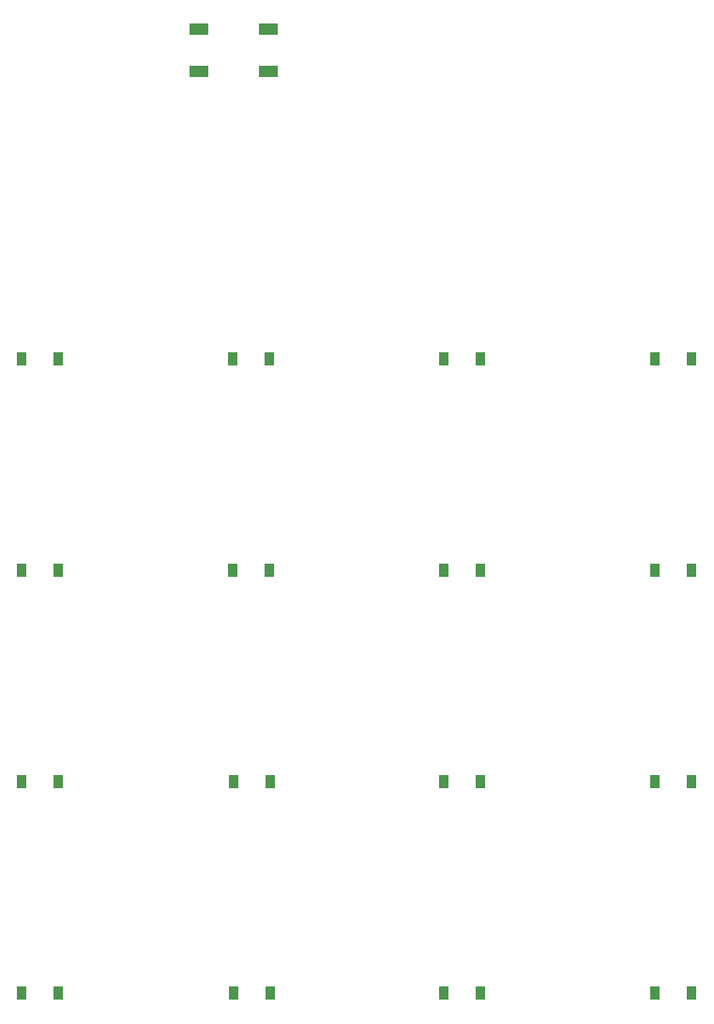
<source format=gbr>
%TF.GenerationSoftware,KiCad,Pcbnew,(5.1.10)-1*%
%TF.CreationDate,2021-05-19T15:55:05-05:00*%
%TF.ProjectId,smol-keypad,736d6f6c-2d6b-4657-9970-61642e6b6963,rev?*%
%TF.SameCoordinates,Original*%
%TF.FileFunction,Paste,Bot*%
%TF.FilePolarity,Positive*%
%FSLAX46Y46*%
G04 Gerber Fmt 4.6, Leading zero omitted, Abs format (unit mm)*
G04 Created by KiCad (PCBNEW (5.1.10)-1) date 2021-05-19 15:55:05*
%MOMM*%
%LPD*%
G01*
G04 APERTURE LIST*
%ADD10R,0.900000X1.200000*%
%ADD11R,1.700000X1.000000*%
G04 APERTURE END LIST*
D10*
%TO.C,D16*%
X104043750Y-127000000D03*
X100743750Y-127000000D03*
%TD*%
D11*
%TO.C,SW1*%
X116706250Y-43968750D03*
X123006250Y-43968750D03*
X116706250Y-40168750D03*
X123006250Y-40168750D03*
%TD*%
D10*
%TO.C,D15*%
X104043750Y-107950000D03*
X100743750Y-107950000D03*
%TD*%
%TO.C,D14*%
X104043750Y-88900000D03*
X100743750Y-88900000D03*
%TD*%
%TO.C,D13*%
X104043750Y-69850000D03*
X100743750Y-69850000D03*
%TD*%
%TO.C,D12*%
X123156250Y-127000000D03*
X119856250Y-127000000D03*
%TD*%
%TO.C,D11*%
X123156250Y-107950000D03*
X119856250Y-107950000D03*
%TD*%
%TO.C,D10*%
X123093750Y-88900000D03*
X119793750Y-88900000D03*
%TD*%
%TO.C,D9*%
X123093750Y-69850000D03*
X119793750Y-69850000D03*
%TD*%
%TO.C,D8*%
X142143750Y-127000000D03*
X138843750Y-127000000D03*
%TD*%
%TO.C,D7*%
X142143750Y-107950000D03*
X138843750Y-107950000D03*
%TD*%
%TO.C,D6*%
X142143750Y-88900000D03*
X138843750Y-88900000D03*
%TD*%
%TO.C,D5*%
X142143750Y-69850000D03*
X138843750Y-69850000D03*
%TD*%
%TO.C,D4*%
X161193750Y-127000000D03*
X157893750Y-127000000D03*
%TD*%
%TO.C,D3*%
X161193750Y-107950000D03*
X157893750Y-107950000D03*
%TD*%
%TO.C,D2*%
X161193750Y-88900000D03*
X157893750Y-88900000D03*
%TD*%
%TO.C,D1*%
X161193750Y-69850000D03*
X157893750Y-69850000D03*
%TD*%
M02*

</source>
